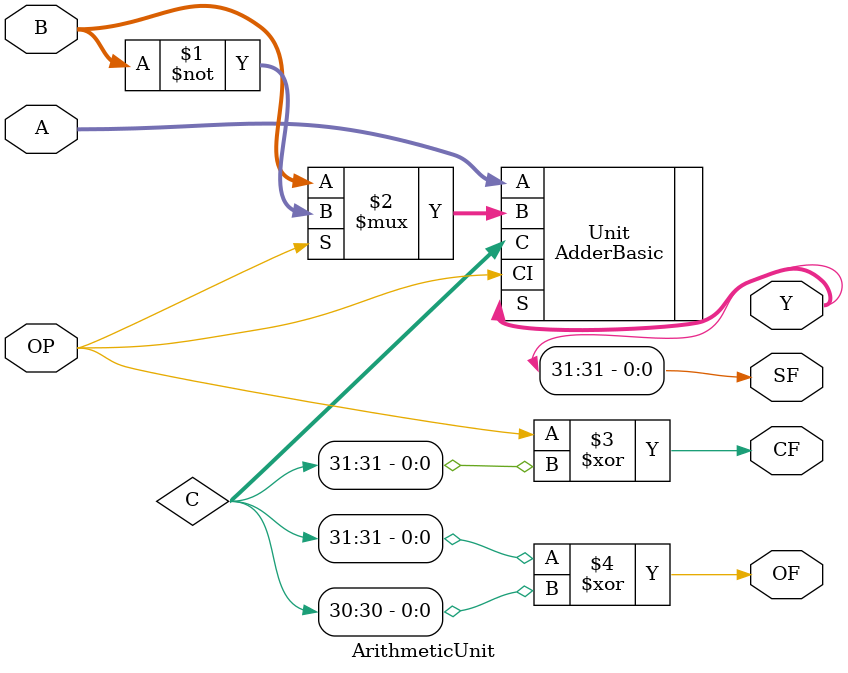
<source format=v>
`timescale 1ns / 1ps

/*
 * Ê¹ÓÃAdderBasic¹¹½¨ÈÎÒâ¿í¶ÈËãÊõµ¥Ôª
 * Ö§³Ö¼ÆËã¼Ó·¨¡¢¼õ·¨£¬½«Êý¾ÝÍ¬Ê±µ±×÷ÓÐ·ûºÅÊýºÍÎÞ·ûºÅÊý£¬¶ÔÒç³ö½øÐÐÅÐ¶Ï
 */

module ArithmeticUnit #
(
    parameter width = 32        // ËãÊõµ¥ÔªÎ»Êý
)
(
    input  OP,                  // 1Î»ËãÊõµ¥ÔªÔËËã·ûÊäÈë£¬0Îª¼Ó·¨£¬1Îª¼õ·¨
    input  [width - 1 : 0] A,   // (width)Î»¼ÓÊý/±»¼õÊýAÊäÈë
    input  [width - 1 : 0] B,   // (width)Î»¼ÓÊý/  ¼õÊýBÊäÈë
    output [width - 1 : 0] Y,   // (width)Î»½á¹ûYÊä³ö
    output SF,                  // 1Î»½á¹ûY·ûºÅÎ»Êä³ö
    output CF,                  // µ±Êý¾Ý×÷ÎªÎÞ·ûºÅÊý¾ÝÊ±£¬1Î»½á¹ûYÒç³öÊä³ö£¬0Î´Òç³ö£¬1ÎªÒç³ö
    output OF                   // µ±Êý¾Ý×÷ÎªÓÐ·ûºÅÊý¾ÝÊ±£¬1Î»½á¹ûYÒç³öÊä³ö£¬0Î´Òç³ö£¬1ÎªÒç³ö
);

// ´´½¨AdderBasicËùÐèµÄ½øÎ»Êä³öÏß
wire [width - 1 : 0] C;

// Éú³ÉÓÃÓÚ¼ÆËãµÄAdderBasicµ¥Ôª
// ×¢Òâ¼ÆËã¼õ·¨Ê±Ïàµ±ÓÚ±»¼õÊýÓë¼õÊýµÄ²¹ÂëÏà¼Ó
// ¶ø¼õÊýµÄ²¹ÂëÓÖµÈÍ¬ÓÚ¼õÊýÈ¡·´ÔÙ¼ÓÒ»
// Òò´Ë¼õ·¨Ê±(OP = 1)£¬BÊäÈëÐèÒªÈ¡·´£¬¶øCIÊäÈëÐèÒªÈ¡1
AdderBasic #(.width(width))
Unit
(
    .CI(OP),
    .A(A),
    .B(OP ? ~B : B),
    .S(Y),
    .C(C)
);

// ·ûºÅÎ»¼´Êä³ö½á¹ûµÄ×î¸ßÎ»
assign SF = Y[width - 1];
// ÎÞ·ûºÅÊý¼Ó·¨Ê±£¬²úÉú½øÎ»¼´Òç³ö
// ÎÞ·ûºÅÊý¼õ·¨Ê±£¬²úÉúÍËÎ»¼´Òç³ö(¼´×ª»»³É¼Ó·¨ºó²»²úÉú½øÎ»)
// »ã×Ü¿ÉµÃ·ûºÅÎ»ºÍ×î¸ßÎ»½øÎ»Òì»ò½á¹û¼´ÎªÎÞ·ûºÅÊýÒç³ö×´Ì¬
assign CF = OP ^ C[width - 1];
// Cs±íÊ¾·ûºÅÎ»µÄ½øÎ»£¬Cp±íÊ¾×î¸ßÊýÖµÎ»½øÎ»£¬¨±íÊ¾Òì»ò
// ÈôCs¨Cp = 0ÎÞÒç³ö£¬ÈôCs¨Cp = 1ÓÐÒç³ö
// »ã×Ü¿ÉµÃ×î¸ßÎ»½øÎ»ºÍ´Î¸ßÎ»½øÎ»Òì»ò½á¹û¼´ÎªÓÐ·ûºÅÊýÒç³ö×´Ì¬£¬Óë·ûºÅÎ»ÎÞ¹Ø
assign OF = C[width - 1] ^ C[width - 2];

endmodule

</source>
